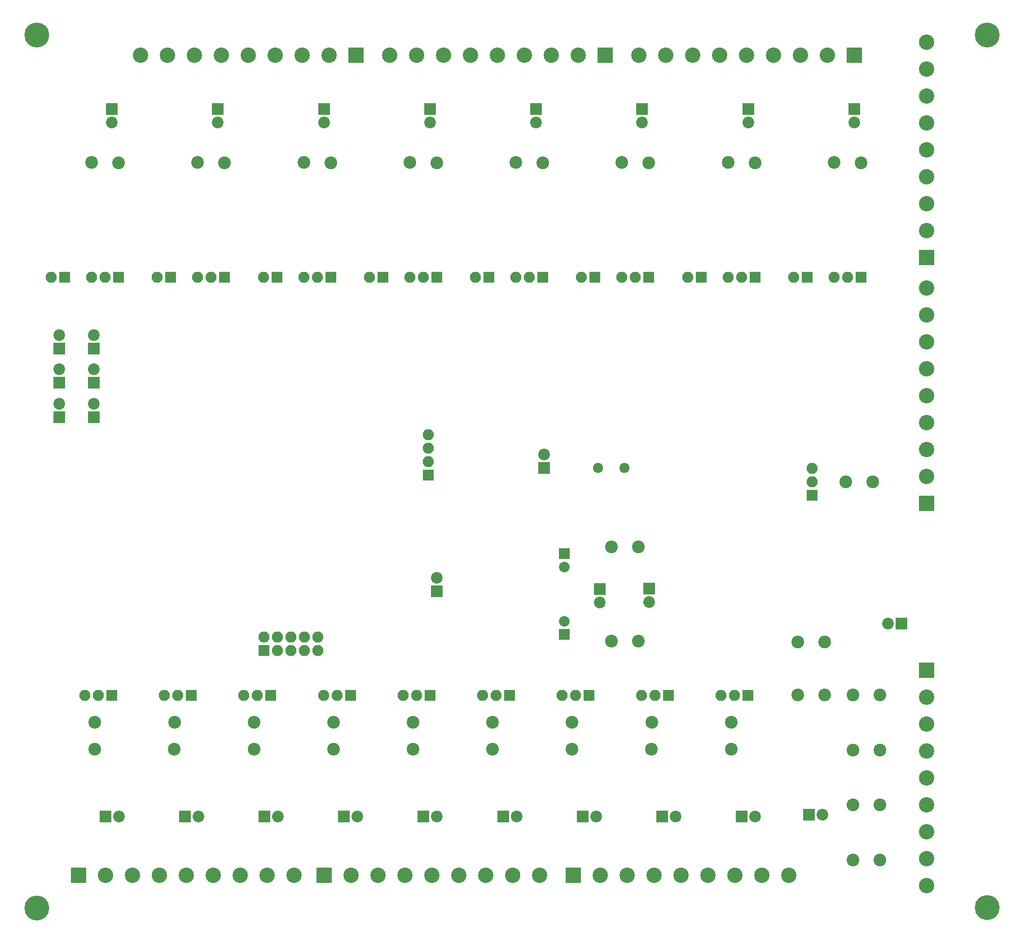
<source format=gbr>
G04 #@! TF.GenerationSoftware,KiCad,Pcbnew,(5.0.0)*
G04 #@! TF.CreationDate,2018-09-25T21:01:13+02:00*
G04 #@! TF.ProjectId,G3,47332E6B696361645F70636200000000,rev?*
G04 #@! TF.SameCoordinates,Original*
G04 #@! TF.FileFunction,Soldermask,Bot*
G04 #@! TF.FilePolarity,Negative*
%FSLAX46Y46*%
G04 Gerber Fmt 4.6, Leading zero omitted, Abs format (unit mm)*
G04 Created by KiCad (PCBNEW (5.0.0)) date 09/25/18 21:01:13*
%MOMM*%
%LPD*%
G01*
G04 APERTURE LIST*
%ADD10C,4.700000*%
%ADD11C,2.200000*%
%ADD12R,2.200000X2.200000*%
%ADD13C,1.924000*%
%ADD14R,2.100000X2.100000*%
%ADD15O,2.100000X2.100000*%
%ADD16R,2.000000X2.000000*%
%ADD17C,2.000000*%
%ADD18C,2.400000*%
%ADD19R,2.900000X2.900000*%
%ADD20C,2.900000*%
G04 APERTURE END LIST*
D10*
G04 #@! TO.C,MH101*
X203411000Y-21621000D03*
G04 #@! TD*
G04 #@! TO.C,MH102*
X24161000Y-186421000D03*
G04 #@! TD*
G04 #@! TO.C,MH104*
X203381000Y-186291000D03*
G04 #@! TD*
G04 #@! TO.C,MH103*
X24161000Y-21621000D03*
G04 #@! TD*
D11*
G04 #@! TO.C,D1402*
X28352000Y-78245539D03*
D12*
X28352000Y-80785539D03*
G04 #@! TD*
G04 #@! TO.C,D1401*
X34900915Y-87285539D03*
D11*
X34900915Y-84745539D03*
G04 #@! TD*
G04 #@! TO.C,D1404*
X34892000Y-78245000D03*
D12*
X34892000Y-80785000D03*
G04 #@! TD*
G04 #@! TO.C,D1405*
X28350915Y-87285539D03*
D11*
X28350915Y-84745539D03*
G04 #@! TD*
G04 #@! TO.C,D1406*
X34900915Y-91245539D03*
D12*
X34900915Y-93785539D03*
G04 #@! TD*
G04 #@! TO.C,D1403*
X28350915Y-93785539D03*
D11*
X28350915Y-91245539D03*
G04 #@! TD*
G04 #@! TO.C,D401*
X99575915Y-124048540D03*
D12*
X99575915Y-126588540D03*
G04 #@! TD*
D11*
G04 #@! TO.C,D2401*
X119802947Y-100790573D03*
D12*
X119802947Y-103330573D03*
G04 #@! TD*
D13*
G04 #@! TO.C,BZ1401*
X130002947Y-103330573D03*
X135002947Y-103330573D03*
G04 #@! TD*
D14*
G04 #@! TO.C,J302*
X98005914Y-104671540D03*
D15*
X98005914Y-102131540D03*
X98005914Y-99591540D03*
X98005914Y-97051540D03*
G04 #@! TD*
D14*
G04 #@! TO.C,J301*
X67017914Y-137818540D03*
D15*
X67017914Y-135278540D03*
X69557914Y-137818540D03*
X69557914Y-135278540D03*
X72097914Y-137818540D03*
X72097914Y-135278540D03*
X74637914Y-137818540D03*
X74637914Y-135278540D03*
X77177914Y-137818540D03*
X77177914Y-135278540D03*
G04 #@! TD*
D14*
G04 #@! TO.C,J1502*
X169419881Y-67330507D03*
D15*
X166879881Y-67330507D03*
G04 #@! TD*
D14*
G04 #@! TO.C,J3002*
X109419881Y-67330507D03*
D15*
X106879881Y-67330507D03*
G04 #@! TD*
G04 #@! TO.C,J3202*
X66879881Y-67330507D03*
D14*
X69419881Y-67330507D03*
G04 #@! TD*
G04 #@! TO.C,J2802*
X149419881Y-67330507D03*
D15*
X146879881Y-67330507D03*
G04 #@! TD*
G04 #@! TO.C,J3302*
X46879881Y-67330507D03*
D14*
X49419881Y-67330507D03*
G04 #@! TD*
G04 #@! TO.C,J2902*
X129419881Y-67330507D03*
D15*
X126879881Y-67330507D03*
G04 #@! TD*
G04 #@! TO.C,J3102*
X86879881Y-67330507D03*
D14*
X89419881Y-67330507D03*
G04 #@! TD*
G04 #@! TO.C,J3402*
X29419881Y-67330507D03*
D15*
X26879881Y-67330507D03*
G04 #@! TD*
D16*
G04 #@! TO.C,C206*
X123619914Y-119549540D03*
D17*
X123619914Y-122049540D03*
G04 #@! TD*
G04 #@! TO.C,C205*
X123619914Y-132289540D03*
D16*
X123619914Y-134789540D03*
G04 #@! TD*
D14*
G04 #@! TO.C,J2101*
X113306022Y-146311694D03*
D15*
X110766022Y-146311694D03*
X108226022Y-146311694D03*
G04 #@! TD*
D14*
G04 #@! TO.C,J3301*
X59579881Y-67330507D03*
D15*
X57039881Y-67330507D03*
X54499881Y-67330507D03*
G04 #@! TD*
G04 #@! TO.C,J3201*
X74499881Y-67330507D03*
X77039881Y-67330507D03*
D14*
X79579881Y-67330507D03*
G04 #@! TD*
D15*
G04 #@! TO.C,FL201*
X170355914Y-103420540D03*
X170355914Y-105960540D03*
D14*
X170355914Y-108500540D03*
G04 #@! TD*
G04 #@! TO.C,J1501*
X179579881Y-67330507D03*
D15*
X177039881Y-67330507D03*
X174499881Y-67330507D03*
G04 #@! TD*
G04 #@! TO.C,J1601*
X33226022Y-146311694D03*
X35766022Y-146311694D03*
D14*
X38306022Y-146311694D03*
G04 #@! TD*
G04 #@! TO.C,J1701*
X53306022Y-146311694D03*
D15*
X50766022Y-146311694D03*
X48226022Y-146311694D03*
G04 #@! TD*
G04 #@! TO.C,J1801*
X63226022Y-146311694D03*
X65766022Y-146311694D03*
D14*
X68306022Y-146311694D03*
G04 #@! TD*
G04 #@! TO.C,J2001*
X98306022Y-146311694D03*
D15*
X95766022Y-146311694D03*
X93226022Y-146311694D03*
G04 #@! TD*
G04 #@! TO.C,J2301*
X138226022Y-146311694D03*
X140766022Y-146311694D03*
D14*
X143306022Y-146311694D03*
G04 #@! TD*
G04 #@! TO.C,J2601*
X158306022Y-146311694D03*
D15*
X155766022Y-146311694D03*
X153226022Y-146311694D03*
G04 #@! TD*
D14*
G04 #@! TO.C,J2801*
X159579881Y-67330507D03*
D15*
X157039881Y-67330507D03*
X154499881Y-67330507D03*
G04 #@! TD*
G04 #@! TO.C,J3101*
X94499881Y-67330507D03*
X97039881Y-67330507D03*
D14*
X99579881Y-67330507D03*
G04 #@! TD*
G04 #@! TO.C,J2901*
X139579881Y-67330507D03*
D15*
X137039881Y-67330507D03*
X134499881Y-67330507D03*
G04 #@! TD*
G04 #@! TO.C,J3001*
X114499881Y-67330507D03*
X117039881Y-67330507D03*
D14*
X119579881Y-67330507D03*
G04 #@! TD*
D15*
G04 #@! TO.C,J1901*
X78226022Y-146311694D03*
X80766022Y-146311694D03*
D14*
X83306022Y-146311694D03*
G04 #@! TD*
D15*
G04 #@! TO.C,J3401*
X34499881Y-67330507D03*
X37039881Y-67330507D03*
D14*
X39579881Y-67330507D03*
G04 #@! TD*
D15*
G04 #@! TO.C,J2201*
X123226022Y-146311694D03*
X125766022Y-146311694D03*
D14*
X128306022Y-146311694D03*
G04 #@! TD*
D18*
G04 #@! TO.C,F3505*
X167655913Y-146220539D03*
X172735913Y-146230539D03*
G04 #@! TD*
G04 #@! TO.C,F3301*
X54499881Y-45730507D03*
X59579881Y-45740507D03*
G04 #@! TD*
G04 #@! TO.C,F3401*
X39579881Y-45740507D03*
X34499881Y-45730507D03*
G04 #@! TD*
G04 #@! TO.C,F3501*
X183182914Y-146219540D03*
X178102914Y-146209540D03*
G04 #@! TD*
G04 #@! TO.C,F3503*
X167655913Y-136170539D03*
X172735913Y-136180539D03*
G04 #@! TD*
G04 #@! TO.C,F3504*
X183182914Y-166962872D03*
X178102914Y-166952872D03*
G04 #@! TD*
G04 #@! TO.C,F3506*
X178102914Y-177324540D03*
X183182914Y-177334540D03*
G04 #@! TD*
G04 #@! TO.C,F202*
X132509914Y-136059540D03*
X137589914Y-136069540D03*
G04 #@! TD*
G04 #@! TO.C,F3201*
X79579881Y-45740507D03*
X74499881Y-45730507D03*
G04 #@! TD*
G04 #@! TO.C,F2801*
X154499881Y-45730507D03*
X159579881Y-45740507D03*
G04 #@! TD*
G04 #@! TO.C,F201*
X181785914Y-105970540D03*
X176705914Y-105960540D03*
G04 #@! TD*
G04 #@! TO.C,F3502*
X183182914Y-156591206D03*
X178102914Y-156581206D03*
G04 #@! TD*
G04 #@! TO.C,F1501*
X179579881Y-45740507D03*
X174499881Y-45730507D03*
G04 #@! TD*
G04 #@! TO.C,F3101*
X94499881Y-45730507D03*
X99579881Y-45740507D03*
G04 #@! TD*
G04 #@! TO.C,F2101*
X110106022Y-151391694D03*
X110096022Y-156471694D03*
G04 #@! TD*
G04 #@! TO.C,F1601*
X35096022Y-156471694D03*
X35106022Y-151391694D03*
G04 #@! TD*
G04 #@! TO.C,F1701*
X50106022Y-151391694D03*
X50096022Y-156471694D03*
G04 #@! TD*
G04 #@! TO.C,F1801*
X65096022Y-156471694D03*
X65106022Y-151391694D03*
G04 #@! TD*
G04 #@! TO.C,F2001*
X95106022Y-151391694D03*
X95096022Y-156471694D03*
G04 #@! TD*
G04 #@! TO.C,F2201*
X125096022Y-156471694D03*
X125106022Y-151391694D03*
G04 #@! TD*
G04 #@! TO.C,F2301*
X140106022Y-151391694D03*
X140096022Y-156471694D03*
G04 #@! TD*
G04 #@! TO.C,F203*
X137589914Y-118289540D03*
X132509914Y-118279540D03*
G04 #@! TD*
G04 #@! TO.C,F2601*
X155096022Y-156471694D03*
X155106022Y-151391694D03*
G04 #@! TD*
G04 #@! TO.C,F2901*
X139579881Y-45740507D03*
X134499881Y-45730507D03*
G04 #@! TD*
G04 #@! TO.C,F3001*
X114499881Y-45730507D03*
X119579881Y-45740507D03*
G04 #@! TD*
G04 #@! TO.C,F1901*
X80106022Y-151391694D03*
X80096022Y-156471694D03*
G04 #@! TD*
D11*
G04 #@! TO.C,D201*
X184706914Y-132757540D03*
D12*
X187246914Y-132757540D03*
G04 #@! TD*
G04 #@! TO.C,D207*
X139651000Y-126161000D03*
D11*
X139651000Y-128701000D03*
G04 #@! TD*
G04 #@! TO.C,D206*
X130339914Y-128709540D03*
D12*
X130339914Y-126169540D03*
G04 #@! TD*
G04 #@! TO.C,D2001*
X97086022Y-169171694D03*
D11*
X99626022Y-169171694D03*
G04 #@! TD*
G04 #@! TO.C,D1901*
X84626022Y-169171694D03*
D12*
X82086022Y-169171694D03*
G04 #@! TD*
D11*
G04 #@! TO.C,D1801*
X69626022Y-169171694D03*
D12*
X67086022Y-169171694D03*
G04 #@! TD*
G04 #@! TO.C,D2201*
X127086022Y-169171694D03*
D11*
X129626022Y-169171694D03*
G04 #@! TD*
G04 #@! TO.C,D1701*
X54626022Y-169171694D03*
D12*
X52086022Y-169171694D03*
G04 #@! TD*
G04 #@! TO.C,D1601*
X37086022Y-169171694D03*
D11*
X39626022Y-169171694D03*
G04 #@! TD*
D12*
G04 #@! TO.C,D1501*
X178309881Y-35580507D03*
D11*
X178309881Y-38120507D03*
G04 #@! TD*
D12*
G04 #@! TO.C,D2101*
X112086022Y-169171694D03*
D11*
X114626022Y-169171694D03*
G04 #@! TD*
D12*
G04 #@! TO.C,D2601*
X157086022Y-169171694D03*
D11*
X159626022Y-169171694D03*
G04 #@! TD*
G04 #@! TO.C,D2701*
X172325881Y-168752507D03*
D12*
X169785881Y-168752507D03*
G04 #@! TD*
D11*
G04 #@! TO.C,D2801*
X158309881Y-38120507D03*
D12*
X158309881Y-35580507D03*
G04 #@! TD*
G04 #@! TO.C,D2901*
X138309881Y-35580507D03*
D11*
X138309881Y-38120507D03*
G04 #@! TD*
G04 #@! TO.C,D3101*
X98309881Y-38120507D03*
D12*
X98309881Y-35580507D03*
G04 #@! TD*
G04 #@! TO.C,D3201*
X78309881Y-35580507D03*
D11*
X78309881Y-38120507D03*
G04 #@! TD*
G04 #@! TO.C,D3301*
X58309881Y-38120507D03*
D12*
X58309881Y-35580507D03*
G04 #@! TD*
D11*
G04 #@! TO.C,D2301*
X144626022Y-169171694D03*
D12*
X142086022Y-169171694D03*
G04 #@! TD*
D11*
G04 #@! TO.C,D3401*
X38309881Y-38120507D03*
D12*
X38309881Y-35580507D03*
G04 #@! TD*
G04 #@! TO.C,D3001*
X118309881Y-35580507D03*
D11*
X118309881Y-38120507D03*
G04 #@! TD*
D19*
G04 #@! TO.C,J3504*
X131319881Y-25420507D03*
D20*
X126239881Y-25420507D03*
X121159881Y-25420507D03*
X116079881Y-25420507D03*
X110999881Y-25420507D03*
X105919881Y-25420507D03*
X100839881Y-25420507D03*
X95759881Y-25420507D03*
X90679881Y-25420507D03*
G04 #@! TD*
D19*
G04 #@! TO.C,J3505*
X191945914Y-141520540D03*
D20*
X191945914Y-146600540D03*
X191945914Y-151680540D03*
X191945914Y-156760540D03*
X191945914Y-161840540D03*
X191945914Y-166920540D03*
X191945914Y-172000540D03*
X191945914Y-177080540D03*
X191945914Y-182160540D03*
G04 #@! TD*
D19*
G04 #@! TO.C,J3506*
X84329881Y-25420507D03*
D20*
X79249881Y-25420507D03*
X74169881Y-25420507D03*
X69089881Y-25420507D03*
X64009881Y-25420507D03*
X58929881Y-25420507D03*
X53849881Y-25420507D03*
X48769881Y-25420507D03*
X43689881Y-25420507D03*
G04 #@! TD*
D19*
G04 #@! TO.C,J3507*
X32006022Y-180182507D03*
D20*
X37086022Y-180182507D03*
X42166022Y-180182507D03*
X47246022Y-180182507D03*
X52326022Y-180182507D03*
X57406022Y-180182507D03*
X62486022Y-180182507D03*
X67566022Y-180182507D03*
X72646022Y-180182507D03*
G04 #@! TD*
G04 #@! TO.C,J3508*
X118985881Y-180182507D03*
X113905881Y-180182507D03*
X108825881Y-180182507D03*
X103745881Y-180182507D03*
X98665881Y-180182507D03*
X93585881Y-180182507D03*
X88505881Y-180182507D03*
X83425881Y-180182507D03*
D19*
X78345881Y-180182507D03*
G04 #@! TD*
G04 #@! TO.C,J3509*
X125335881Y-180182507D03*
D20*
X130415881Y-180182507D03*
X135495881Y-180182507D03*
X140575881Y-180182507D03*
X145655881Y-180182507D03*
X150735881Y-180182507D03*
X155815881Y-180182507D03*
X160895881Y-180182507D03*
X165975881Y-180182507D03*
G04 #@! TD*
G04 #@! TO.C,J3503*
X191945914Y-22960507D03*
X191945914Y-28040507D03*
X191945914Y-33120507D03*
X191945914Y-38200507D03*
X191945914Y-43280507D03*
X191945914Y-48360507D03*
X191945914Y-53440507D03*
X191945914Y-58520507D03*
D19*
X191945914Y-63600507D03*
G04 #@! TD*
D20*
G04 #@! TO.C,J3502*
X137669881Y-25420507D03*
X142749881Y-25420507D03*
X147829881Y-25420507D03*
X152909881Y-25420507D03*
X157989881Y-25420507D03*
X163069881Y-25420507D03*
X168149881Y-25420507D03*
X173229881Y-25420507D03*
D19*
X178309881Y-25420507D03*
G04 #@! TD*
D20*
G04 #@! TO.C,J3501*
X191945914Y-69384540D03*
X191945914Y-74464540D03*
X191945914Y-79544540D03*
X191945914Y-84624540D03*
X191945914Y-89704540D03*
X191945914Y-94784540D03*
X191945914Y-99864540D03*
X191945914Y-104944540D03*
D19*
X191945914Y-110024540D03*
G04 #@! TD*
M02*

</source>
